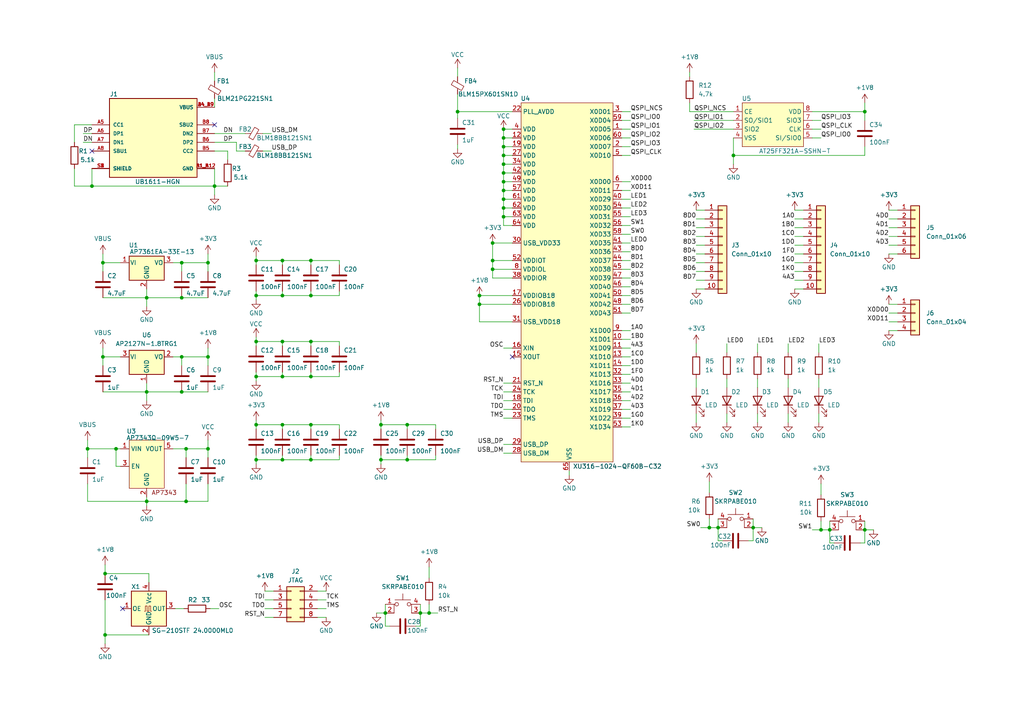
<source format=kicad_sch>
(kicad_sch (version 20230121) (generator eeschema)
  (paper "A4")
  (junction (at 218.44 153.035))
  (junction (at 111.76 177.8))
  (junction (at 52.705 86.36))
  (junction (at 90.17 133.35))
  (junction (at 26.67 53.975))
  (junction (at 250.825 32.385))
  (junction (at 110.49 133.35))
  (junction (at 30.48 166.37))
  (junction (at 60.325 130.175))
  (junction (at 42.545 145.415))
  (junction (at 53.975 145.415))
  (junction (at 139.065 88.265))
  (junction (at 142.875 78.105))
  (junction (at 238.125 153.67))
  (junction (at 74.295 99.06))
  (junction (at 52.705 113.665))
  (junction (at 146.05 50.165))
  (junction (at 146.05 55.245))
  (junction (at 90.17 123.19))
  (junction (at 81.915 123.19))
  (junction (at 81.915 85.725))
  (junction (at 29.845 76.2))
  (junction (at 146.05 37.465))
  (junction (at 90.17 99.06))
  (junction (at 90.17 109.22))
  (junction (at 146.05 45.085))
  (junction (at 60.325 103.505))
  (junction (at 146.05 52.705))
  (junction (at 146.05 57.785))
  (junction (at 142.875 70.485))
  (junction (at 30.48 184.15))
  (junction (at 81.915 133.35))
  (junction (at 146.05 47.625))
  (junction (at 90.17 85.725))
  (junction (at 121.92 177.8))
  (junction (at 146.05 40.005))
  (junction (at 208.28 153.035))
  (junction (at 110.49 123.19))
  (junction (at 74.295 123.19))
  (junction (at 42.545 86.36))
  (junction (at 74.295 75.565))
  (junction (at 74.295 85.725))
  (junction (at 74.295 133.35))
  (junction (at 124.46 177.8))
  (junction (at 146.05 60.325))
  (junction (at 142.875 75.565))
  (junction (at 212.725 45.085))
  (junction (at 250.825 153.67))
  (junction (at 81.915 109.22))
  (junction (at 52.705 76.2))
  (junction (at 205.74 153.035))
  (junction (at 81.915 75.565))
  (junction (at 240.665 153.67))
  (junction (at 74.295 109.22))
  (junction (at 146.05 62.865))
  (junction (at 53.975 130.175))
  (junction (at 118.11 133.35))
  (junction (at 139.065 85.725))
  (junction (at 90.17 75.565))
  (junction (at 52.705 103.505))
  (junction (at 118.11 123.19))
  (junction (at 42.545 113.665))
  (junction (at 81.915 99.06))
  (junction (at 132.715 32.385))
  (junction (at 29.845 103.505))
  (junction (at 33.655 130.175))
  (junction (at 25.4 130.175))
  (junction (at 62.23 53.975))
  (junction (at 60.325 76.2))
  (junction (at 146.05 42.545))
  (no_connect (at 35.56 176.53))
  (no_connect (at 62.23 36.195))
  (no_connect (at 148.59 103.505))
  (no_connect (at 26.67 43.815))
  (wire (pts (xy 126.365 133.35) (xy 118.11 133.35)))
  (wire (pts (xy 60.325 73.66) (xy 60.325 76.2)))
  (wire (pts (xy 74.295 133.35) (xy 74.295 134.62)))
  (wire (pts (xy 148.59 78.105) (xy 142.875 78.105)))
  (wire (pts (xy 201.93 66.04) (xy 204.47 66.04)))
  (wire (pts (xy 201.93 78.74) (xy 204.47 78.74)))
  (wire (pts (xy 90.17 123.19) (xy 81.915 123.19)))
  (wire (pts (xy 66.04 43.815) (xy 66.04 46.355)))
  (wire (pts (xy 74.295 74.295) (xy 74.295 75.565)))
  (wire (pts (xy 201.93 68.58) (xy 204.47 68.58)))
  (wire (pts (xy 208.28 156.845) (xy 208.28 153.035)))
  (wire (pts (xy 60.325 76.2) (xy 52.705 76.2)))
  (wire (pts (xy 118.11 133.35) (xy 110.49 133.35)))
  (wire (pts (xy 146.05 128.905) (xy 148.59 128.905)))
  (wire (pts (xy 180.34 98.425) (xy 182.88 98.425)))
  (wire (pts (xy 139.065 93.345) (xy 139.065 88.265)))
  (wire (pts (xy 132.715 34.29) (xy 132.715 32.385)))
  (wire (pts (xy 34.925 130.175) (xy 33.655 130.175)))
  (wire (pts (xy 228.6 120.015) (xy 228.6 122.555)))
  (wire (pts (xy 146.05 60.325) (xy 146.05 57.785)))
  (wire (pts (xy 180.34 42.545) (xy 182.88 42.545)))
  (wire (pts (xy 250.825 157.48) (xy 250.825 153.67)))
  (wire (pts (xy 121.92 177.8) (xy 124.46 177.8)))
  (wire (pts (xy 24.13 41.275) (xy 26.67 41.275)))
  (wire (pts (xy 146.05 50.165) (xy 146.05 47.625)))
  (wire (pts (xy 238.125 140.335) (xy 238.125 143.51)))
  (wire (pts (xy 110.49 123.19) (xy 110.49 124.46)))
  (wire (pts (xy 201.93 109.855) (xy 201.93 112.395)))
  (wire (pts (xy 26.67 36.195) (xy 21.59 36.195)))
  (wire (pts (xy 180.34 113.665) (xy 182.88 113.665)))
  (wire (pts (xy 180.34 95.885) (xy 182.88 95.885)))
  (wire (pts (xy 180.34 78.105) (xy 182.88 78.105)))
  (wire (pts (xy 146.05 121.285) (xy 148.59 121.285)))
  (wire (pts (xy 60.96 176.53) (xy 63.5 176.53)))
  (wire (pts (xy 180.34 65.405) (xy 182.88 65.405)))
  (wire (pts (xy 205.74 153.035) (xy 203.2 153.035)))
  (wire (pts (xy 81.915 84.455) (xy 81.915 85.725)))
  (wire (pts (xy 98.425 99.06) (xy 90.17 99.06)))
  (wire (pts (xy 235.585 32.385) (xy 250.825 32.385)))
  (wire (pts (xy 121.92 181.61) (xy 121.92 177.8)))
  (wire (pts (xy 148.59 65.405) (xy 146.05 65.405)))
  (wire (pts (xy 110.49 132.08) (xy 110.49 133.35)))
  (wire (pts (xy 81.915 99.06) (xy 74.295 99.06)))
  (wire (pts (xy 217.17 156.845) (xy 218.44 156.845)))
  (wire (pts (xy 146.05 118.745) (xy 148.59 118.745)))
  (wire (pts (xy 200.025 20.955) (xy 200.025 22.225)))
  (wire (pts (xy 126.365 132.08) (xy 126.365 133.35)))
  (wire (pts (xy 257.81 88.265) (xy 260.35 88.265)))
  (wire (pts (xy 90.17 133.35) (xy 81.915 133.35)))
  (wire (pts (xy 124.46 175.26) (xy 124.46 177.8)))
  (wire (pts (xy 110.49 133.35) (xy 110.49 134.62)))
  (wire (pts (xy 92.075 176.53) (xy 94.615 176.53)))
  (wire (pts (xy 209.55 156.845) (xy 208.28 156.845)))
  (wire (pts (xy 74.295 85.725) (xy 74.295 86.995)))
  (wire (pts (xy 29.845 113.665) (xy 42.545 113.665)))
  (wire (pts (xy 42.545 113.665) (xy 52.705 113.665)))
  (wire (pts (xy 146.05 40.005) (xy 146.05 37.465)))
  (wire (pts (xy 90.17 76.835) (xy 90.17 75.565)))
  (wire (pts (xy 109.22 177.8) (xy 111.76 177.8)))
  (wire (pts (xy 74.295 107.95) (xy 74.295 109.22)))
  (wire (pts (xy 90.17 84.455) (xy 90.17 85.725)))
  (wire (pts (xy 118.11 123.19) (xy 110.49 123.19)))
  (wire (pts (xy 50.165 130.175) (xy 53.975 130.175)))
  (wire (pts (xy 230.505 66.04) (xy 233.045 66.04)))
  (wire (pts (xy 219.71 120.015) (xy 219.71 122.555)))
  (wire (pts (xy 24.13 38.735) (xy 26.67 38.735)))
  (wire (pts (xy 230.505 68.58) (xy 233.045 68.58)))
  (wire (pts (xy 74.295 75.565) (xy 74.295 76.835)))
  (wire (pts (xy 201.93 63.5) (xy 204.47 63.5)))
  (wire (pts (xy 180.34 57.785) (xy 182.88 57.785)))
  (wire (pts (xy 257.81 68.58) (xy 260.35 68.58)))
  (wire (pts (xy 257.81 63.5) (xy 260.35 63.5)))
  (wire (pts (xy 180.34 83.185) (xy 182.88 83.185)))
  (wire (pts (xy 110.49 121.92) (xy 110.49 123.19)))
  (wire (pts (xy 50.165 103.505) (xy 52.705 103.505)))
  (wire (pts (xy 230.505 76.2) (xy 233.045 76.2)))
  (wire (pts (xy 30.48 173.99) (xy 30.48 184.15)))
  (wire (pts (xy 34.925 76.2) (xy 29.845 76.2)))
  (wire (pts (xy 30.48 184.15) (xy 30.48 186.69)))
  (wire (pts (xy 230.505 73.66) (xy 233.045 73.66)))
  (wire (pts (xy 180.34 106.045) (xy 182.88 106.045)))
  (wire (pts (xy 60.325 145.415) (xy 53.975 145.415)))
  (wire (pts (xy 180.34 37.465) (xy 182.88 37.465)))
  (wire (pts (xy 42.545 86.36) (xy 52.705 86.36)))
  (wire (pts (xy 68.58 41.275) (xy 68.58 43.815)))
  (wire (pts (xy 42.545 113.665) (xy 42.545 116.205)))
  (wire (pts (xy 240.665 153.67) (xy 238.125 153.67)))
  (wire (pts (xy 180.34 103.505) (xy 182.88 103.505)))
  (wire (pts (xy 52.705 103.505) (xy 52.705 106.045)))
  (wire (pts (xy 201.93 76.2) (xy 204.47 76.2)))
  (wire (pts (xy 257.81 71.12) (xy 260.35 71.12)))
  (wire (pts (xy 92.075 171.45) (xy 94.615 171.45)))
  (wire (pts (xy 219.71 109.855) (xy 219.71 112.395)))
  (wire (pts (xy 208.28 153.035) (xy 205.74 153.035)))
  (wire (pts (xy 76.835 176.53) (xy 79.375 176.53)))
  (wire (pts (xy 148.59 42.545) (xy 146.05 42.545)))
  (wire (pts (xy 146.05 100.965) (xy 148.59 100.965)))
  (wire (pts (xy 146.05 47.625) (xy 146.05 45.085)))
  (wire (pts (xy 34.925 135.255) (xy 33.655 135.255)))
  (wire (pts (xy 212.725 45.085) (xy 212.725 40.005)))
  (wire (pts (xy 74.295 109.22) (xy 74.295 110.49)))
  (wire (pts (xy 120.65 181.61) (xy 121.92 181.61)))
  (wire (pts (xy 148.59 80.645) (xy 142.875 80.645)))
  (wire (pts (xy 76.835 173.99) (xy 79.375 173.99)))
  (wire (pts (xy 200.025 32.385) (xy 212.725 32.385)))
  (wire (pts (xy 81.915 76.835) (xy 81.915 75.565)))
  (wire (pts (xy 90.17 109.22) (xy 81.915 109.22)))
  (wire (pts (xy 212.725 45.085) (xy 212.725 47.625)))
  (wire (pts (xy 180.34 90.805) (xy 182.88 90.805)))
  (wire (pts (xy 249.555 157.48) (xy 250.825 157.48)))
  (wire (pts (xy 146.05 45.085) (xy 146.05 42.545)))
  (wire (pts (xy 74.295 99.06) (xy 74.295 100.33)))
  (wire (pts (xy 21.59 36.195) (xy 21.59 41.275)))
  (wire (pts (xy 201.93 99.695) (xy 201.93 102.235)))
  (wire (pts (xy 124.46 164.465) (xy 124.46 167.64)))
  (wire (pts (xy 210.82 120.015) (xy 210.82 122.555)))
  (wire (pts (xy 90.17 124.46) (xy 90.17 123.19)))
  (wire (pts (xy 180.34 85.725) (xy 182.88 85.725)))
  (wire (pts (xy 201.93 71.12) (xy 204.47 71.12)))
  (wire (pts (xy 180.34 111.125) (xy 182.88 111.125)))
  (wire (pts (xy 81.915 109.22) (xy 74.295 109.22)))
  (wire (pts (xy 180.34 100.965) (xy 182.88 100.965)))
  (wire (pts (xy 132.715 41.91) (xy 132.715 43.18)))
  (wire (pts (xy 98.425 84.455) (xy 98.425 85.725)))
  (wire (pts (xy 60.325 103.505) (xy 52.705 103.505)))
  (wire (pts (xy 62.23 38.735) (xy 71.12 38.735)))
  (wire (pts (xy 43.18 166.37) (xy 43.18 168.91)))
  (wire (pts (xy 241.935 157.48) (xy 240.665 157.48)))
  (wire (pts (xy 148.59 93.345) (xy 139.065 93.345)))
  (wire (pts (xy 148.59 88.265) (xy 139.065 88.265)))
  (wire (pts (xy 62.23 43.815) (xy 66.04 43.815)))
  (wire (pts (xy 148.59 40.005) (xy 146.05 40.005)))
  (wire (pts (xy 257.81 73.66) (xy 260.35 73.66)))
  (wire (pts (xy 180.34 60.325) (xy 182.88 60.325)))
  (wire (pts (xy 180.34 45.085) (xy 182.88 45.085)))
  (wire (pts (xy 60.325 132.715) (xy 60.325 130.175)))
  (wire (pts (xy 201.93 81.28) (xy 204.47 81.28)))
  (wire (pts (xy 142.875 70.485) (xy 148.59 70.485)))
  (wire (pts (xy 253.365 153.67) (xy 250.825 153.67)))
  (wire (pts (xy 33.655 130.175) (xy 25.4 130.175)))
  (wire (pts (xy 148.59 55.245) (xy 146.05 55.245)))
  (wire (pts (xy 180.34 121.285) (xy 182.88 121.285)))
  (wire (pts (xy 29.845 103.505) (xy 29.845 106.045)))
  (wire (pts (xy 34.925 103.505) (xy 29.845 103.505)))
  (wire (pts (xy 26.67 48.895) (xy 26.67 53.975)))
  (wire (pts (xy 98.425 76.835) (xy 98.425 75.565)))
  (wire (pts (xy 257.81 66.04) (xy 260.35 66.04)))
  (wire (pts (xy 180.34 118.745) (xy 182.88 118.745)))
  (wire (pts (xy 257.81 95.885) (xy 260.35 95.885)))
  (wire (pts (xy 90.17 107.95) (xy 90.17 109.22)))
  (wire (pts (xy 148.59 52.705) (xy 146.05 52.705)))
  (wire (pts (xy 201.295 34.925) (xy 212.725 34.925)))
  (wire (pts (xy 148.59 45.085) (xy 146.05 45.085)))
  (wire (pts (xy 237.49 109.855) (xy 237.49 112.395)))
  (wire (pts (xy 60.325 130.175) (xy 53.975 130.175)))
  (wire (pts (xy 98.425 132.08) (xy 98.425 133.35)))
  (wire (pts (xy 111.76 181.61) (xy 111.76 177.8)))
  (wire (pts (xy 76.835 171.45) (xy 79.375 171.45)))
  (wire (pts (xy 146.05 65.405) (xy 146.05 62.865)))
  (wire (pts (xy 74.295 84.455) (xy 74.295 85.725)))
  (wire (pts (xy 148.59 62.865) (xy 146.05 62.865)))
  (wire (pts (xy 29.845 76.2) (xy 29.845 78.74)))
  (wire (pts (xy 62.23 48.895) (xy 62.23 53.975)))
  (wire (pts (xy 53.975 140.335) (xy 53.975 145.415)))
  (wire (pts (xy 205.74 139.7) (xy 205.74 142.875)))
  (wire (pts (xy 42.545 145.415) (xy 42.545 146.685)))
  (wire (pts (xy 81.915 133.35) (xy 74.295 133.35)))
  (wire (pts (xy 146.05 57.785) (xy 146.05 55.245)))
  (wire (pts (xy 76.2 43.815) (xy 78.74 43.815)))
  (wire (pts (xy 29.845 100.965) (xy 29.845 103.505)))
  (wire (pts (xy 90.17 75.565) (xy 81.915 75.565)))
  (wire (pts (xy 21.59 53.975) (xy 26.67 53.975)))
  (wire (pts (xy 139.065 85.725) (xy 148.59 85.725)))
  (wire (pts (xy 180.34 32.385) (xy 182.88 32.385)))
  (wire (pts (xy 218.44 156.845) (xy 218.44 153.035)))
  (wire (pts (xy 60.325 78.74) (xy 60.325 76.2)))
  (wire (pts (xy 257.81 90.805) (xy 260.35 90.805)))
  (wire (pts (xy 81.915 107.95) (xy 81.915 109.22)))
  (wire (pts (xy 257.81 93.345) (xy 260.35 93.345)))
  (wire (pts (xy 180.34 75.565) (xy 182.88 75.565)))
  (wire (pts (xy 98.425 107.95) (xy 98.425 109.22)))
  (wire (pts (xy 219.71 99.695) (xy 219.71 102.235)))
  (wire (pts (xy 81.915 123.19) (xy 74.295 123.19)))
  (wire (pts (xy 62.23 28.575) (xy 62.23 31.115)))
  (wire (pts (xy 180.34 108.585) (xy 182.88 108.585)))
  (wire (pts (xy 90.17 99.06) (xy 81.915 99.06)))
  (wire (pts (xy 180.34 62.865) (xy 182.88 62.865)))
  (wire (pts (xy 148.59 75.565) (xy 142.875 75.565)))
  (wire (pts (xy 146.05 131.445) (xy 148.59 131.445)))
  (wire (pts (xy 230.505 60.96) (xy 233.045 60.96)))
  (wire (pts (xy 60.325 106.045) (xy 60.325 103.505)))
  (wire (pts (xy 148.59 57.785) (xy 146.05 57.785)))
  (wire (pts (xy 139.065 88.265) (xy 139.065 85.725)))
  (wire (pts (xy 30.48 166.37) (xy 43.18 166.37)))
  (wire (pts (xy 230.505 78.74) (xy 233.045 78.74)))
  (wire (pts (xy 165.1 136.525) (xy 165.1 137.795)))
  (wire (pts (xy 25.4 145.415) (xy 42.545 145.415)))
  (wire (pts (xy 240.665 151.13) (xy 240.665 153.67)))
  (wire (pts (xy 237.49 120.015) (xy 237.49 122.555)))
  (wire (pts (xy 92.075 173.99) (xy 94.615 173.99)))
  (wire (pts (xy 25.4 130.175) (xy 25.4 127.635)))
  (wire (pts (xy 62.23 53.975) (xy 66.04 53.975)))
  (wire (pts (xy 230.505 81.28) (xy 233.045 81.28)))
  (wire (pts (xy 201.295 37.465) (xy 212.725 37.465)))
  (wire (pts (xy 60.325 140.335) (xy 60.325 145.415)))
  (wire (pts (xy 50.165 76.2) (xy 52.705 76.2)))
  (wire (pts (xy 250.825 151.13) (xy 250.825 153.67)))
  (wire (pts (xy 148.59 60.325) (xy 146.05 60.325)))
  (wire (pts (xy 220.98 153.035) (xy 218.44 153.035)))
  (wire (pts (xy 238.125 151.13) (xy 238.125 153.67)))
  (wire (pts (xy 98.425 100.33) (xy 98.425 99.06)))
  (wire (pts (xy 42.545 144.145) (xy 42.545 145.415)))
  (wire (pts (xy 94.615 179.07) (xy 92.075 179.07)))
  (wire (pts (xy 76.835 179.07) (xy 79.375 179.07)))
  (wire (pts (xy 121.92 175.26) (xy 121.92 177.8)))
  (wire (pts (xy 25.4 140.335) (xy 25.4 145.415)))
  (wire (pts (xy 146.05 55.245) (xy 146.05 52.705)))
  (wire (pts (xy 235.585 40.005) (xy 238.125 40.005)))
  (wire (pts (xy 230.505 71.12) (xy 233.045 71.12)))
  (wire (pts (xy 113.03 181.61) (xy 111.76 181.61)))
  (wire (pts (xy 238.125 153.67) (xy 235.585 153.67)))
  (wire (pts (xy 21.59 48.895) (xy 21.59 53.975)))
  (wire (pts (xy 257.81 60.96) (xy 260.35 60.96)))
  (wire (pts (xy 201.93 73.66) (xy 204.47 73.66)))
  (wire (pts (xy 124.46 177.8) (xy 127 177.8)))
  (wire (pts (xy 180.34 52.705) (xy 182.88 52.705)))
  (wire (pts (xy 42.545 86.36) (xy 42.545 88.9)))
  (wire (pts (xy 74.295 132.08) (xy 74.295 133.35)))
  (wire (pts (xy 250.825 32.385) (xy 250.825 29.845)))
  (wire (pts (xy 60.325 127.635) (xy 60.325 130.175)))
  (wire (pts (xy 29.845 73.66) (xy 29.845 76.2)))
  (wire (pts (xy 210.82 99.695) (xy 210.82 102.235)))
  (wire (pts (xy 235.585 34.925) (xy 238.125 34.925)))
  (wire (pts (xy 126.365 123.19) (xy 118.11 123.19)))
  (wire (pts (xy 68.58 43.815) (xy 71.12 43.815)))
  (wire (pts (xy 62.23 41.275) (xy 68.58 41.275)))
  (wire (pts (xy 25.4 130.175) (xy 25.4 132.715)))
  (wire (pts (xy 90.17 132.08) (xy 90.17 133.35)))
  (wire (pts (xy 30.48 163.83) (xy 30.48 166.37)))
  (wire (pts (xy 230.505 63.5) (xy 233.045 63.5)))
  (wire (pts (xy 180.34 88.265) (xy 182.88 88.265)))
  (wire (pts (xy 205.74 150.495) (xy 205.74 153.035)))
  (wire (pts (xy 148.59 50.165) (xy 146.05 50.165)))
  (wire (pts (xy 90.17 100.33) (xy 90.17 99.06)))
  (wire (pts (xy 235.585 37.465) (xy 238.125 37.465)))
  (wire (pts (xy 250.825 32.385) (xy 250.825 34.925)))
  (wire (pts (xy 74.295 121.92) (xy 74.295 123.19)))
  (wire (pts (xy 180.34 80.645) (xy 182.88 80.645)))
  (wire (pts (xy 53.975 145.415) (xy 42.545 145.415)))
  (wire (pts (xy 98.425 124.46) (xy 98.425 123.19)))
  (wire (pts (xy 240.665 157.48) (xy 240.665 153.67)))
  (wire (pts (xy 180.34 123.825) (xy 182.88 123.825)))
  (wire (pts (xy 81.915 100.33) (xy 81.915 99.06)))
  (wire (pts (xy 126.365 124.46) (xy 126.365 123.19)))
  (wire (pts (xy 146.05 37.465) (xy 148.59 37.465)))
  (wire (pts (xy 76.2 38.735) (xy 78.74 38.735)))
  (wire (pts (xy 146.05 111.125) (xy 148.59 111.125)))
  (wire (pts (xy 98.425 109.22) (xy 90.17 109.22)))
  (wire (pts (xy 210.82 109.855) (xy 210.82 112.395)))
  (wire (pts (xy 62.23 53.975) (xy 62.23 56.515)))
  (wire (pts (xy 132.715 19.685) (xy 132.715 22.225)))
  (wire (pts (xy 52.705 86.36) (xy 60.325 86.36)))
  (wire (pts (xy 146.05 52.705) (xy 146.05 50.165)))
  (wire (pts (xy 74.295 97.79) (xy 74.295 99.06)))
  (wire (pts (xy 228.6 109.855) (xy 228.6 112.395)))
  (wire (pts (xy 180.34 55.245) (xy 182.88 55.245)))
  (wire (pts (xy 180.34 70.485) (xy 182.88 70.485)))
  (wire (pts (xy 30.48 184.15) (xy 43.18 184.15)))
  (wire (pts (xy 26.67 53.975) (xy 62.23 53.975)))
  (wire (pts (xy 52.705 76.2) (xy 52.705 78.74)))
  (wire (pts (xy 250.825 42.545) (xy 250.825 45.085)))
  (wire (pts (xy 201.93 83.82) (xy 204.47 83.82)))
  (wire (pts (xy 180.34 40.005) (xy 182.88 40.005)))
  (wire (pts (xy 118.11 124.46) (xy 118.11 123.19)))
  (wire (pts (xy 250.825 45.085) (xy 212.725 45.085)))
  (wire (pts (xy 146.05 116.205) (xy 148.59 116.205)))
  (wire (pts (xy 200.025 29.845) (xy 200.025 32.385)))
  (wire (pts (xy 180.34 116.205) (xy 182.88 116.205)))
  (wire (pts (xy 180.34 73.025) (xy 182.88 73.025)))
  (wire (pts (xy 90.17 85.725) (xy 81.915 85.725)))
  (wire (pts (xy 62.23 20.955) (xy 62.23 23.495)))
  (wire (pts (xy 81.915 75.565) (xy 74.295 75.565)))
  (wire (pts (xy 33.655 135.255) (xy 33.655 130.175)))
  (wire (pts (xy 237.49 99.695) (xy 237.49 102.235)))
  (wire (pts (xy 29.845 86.36) (xy 42.545 86.36)))
  (wire (pts (xy 146.05 62.865) (xy 146.05 60.325)))
  (wire (pts (xy 218.44 150.495) (xy 218.44 153.035)))
  (wire (pts (xy 52.705 113.665) (xy 60.325 113.665)))
  (wire (pts (xy 118.11 132.08) (xy 118.11 133.35)))
  (wire (pts (xy 201.93 60.96) (xy 204.47 60.96)))
  (wire (pts (xy 228.6 99.695) (xy 228.6 102.235)))
  (wire (pts (xy 81.915 132.08) (xy 81.915 133.35)))
  (wire (pts (xy 98.425 133.35) (xy 90.17 133.35)))
  (wire (pts (xy 180.34 67.945) (xy 182.88 67.945)))
  (wire (pts (xy 201.93 120.015) (xy 201.93 122.555)))
  (wire (pts (xy 146.05 113.665) (xy 148.59 113.665)))
  (wire (pts (xy 146.05 42.545) (xy 146.05 40.005)))
  (wire (pts (xy 42.545 111.125) (xy 42.545 113.665)))
  (wire (pts (xy 74.295 123.19) (xy 74.295 124.46)))
  (wire (pts (xy 111.76 175.26) (xy 111.76 177.8)))
  (wire (pts (xy 142.875 78.105) (xy 142.875 75.565)))
  (wire (pts (xy 142.875 75.565) (xy 142.875 70.485)))
  (wire (pts (xy 208.28 150.495) (xy 208.28 153.035)))
  (wire (pts (xy 53.975 130.175) (xy 53.975 132.715)))
  (wire (pts (xy 50.8 176.53) (xy 53.34 176.53)))
  (wire (pts (xy 142.875 80.645) (xy 142.875 78.105)))
  (wire (pts (xy 98.425 123.19) (xy 90.17 123.19)))
  (wire (pts (xy 98.425 75.565) (xy 90.17 75.565)))
  (wire (pts (xy 132.715 32.385) (xy 148.59 32.385)))
  (wire (pts (xy 132.715 32.385) (xy 132.715 27.305)))
  (wire (pts (xy 180.34 34.925) (xy 182.88 34.925)))
  (wire (pts (xy 230.505 83.82) (xy 233.045 83.82)))
  (wire (pts (xy 98.425 85.725) (xy 90.17 85.725)))
  (wire (pts (xy 42.545 83.82) (xy 42.545 86.36)))
  (wire (pts (xy 148.59 47.625) (xy 146.05 47.625)))
  (wire (pts (xy 60.325 100.965) (xy 60.325 103.505)))
  (wire (pts (xy 81.915 85.725) (xy 74.295 85.725)))
  (wire (pts (xy 81.915 124.46) (xy 81.915 123.19)))
  (label "8D3" (at 182.88 80.645 0))
  (label "1A0" (at 230.505 63.5 180))
  (label "8D1" (at 182.88 75.565 0))
  (label "1G0" (at 230.505 76.2 180))
  (label "1K0" (at 182.88 123.825 0))
  (label "TDO" (at 146.05 118.745 180))
  (label "USB_DM" (at 78.74 38.735 0))
  (label "LED0" (at 182.88 70.485 0))
  (label "QSPI_IO3" (at 238.125 34.925 0))
  (label "SW0" (at 182.88 67.945 0))
  (label "LED2" (at 182.88 60.325 0))
  (label "LED2" (at 228.6 99.695 0))
  (label "DN" (at 64.77 38.735 0))
  (label "4A3" (at 182.88 100.965 0))
  (label "8D4" (at 201.93 73.66 180))
  (label "X0D11" (at 257.81 93.345 180))
  (label "1C0" (at 182.88 103.505 0))
  (label "LED0" (at 210.82 99.695 0))
  (label "1D0" (at 230.505 71.12 180))
  (label "SW1" (at 182.88 65.405 0))
  (label "4D3" (at 257.81 71.12 180))
  (label "QSPI_NCS" (at 201.295 32.385 0))
  (label "OSC" (at 146.05 100.965 180))
  (label "8D5" (at 182.88 85.725 0))
  (label "8D6" (at 201.93 78.74 180))
  (label "TMS" (at 146.05 121.285 180))
  (label "DN" (at 24.13 41.275 0))
  (label "OSC" (at 63.5 176.53 0))
  (label "SW1" (at 235.585 153.67 180))
  (label "1B0" (at 182.88 98.425 0))
  (label "8D0" (at 182.88 73.025 0))
  (label "QSPI_IO1" (at 201.295 34.925 0))
  (label "X0D00" (at 182.88 52.705 0))
  (label "1F0" (at 182.88 108.585 0))
  (label "8D2" (at 201.93 68.58 180))
  (label "QSPI_IO0" (at 238.125 40.005 0))
  (label "LED1" (at 219.71 99.695 0))
  (label "1G0" (at 182.88 121.285 0))
  (label "4D0" (at 182.88 111.125 0))
  (label "TDO" (at 76.835 176.53 180))
  (label "4D2" (at 182.88 116.205 0))
  (label "DP" (at 24.13 38.735 0))
  (label "1D0" (at 182.88 106.045 0))
  (label "RST_N" (at 76.835 179.07 180))
  (label "LED3" (at 237.49 99.695 0))
  (label "1F0" (at 230.505 73.66 180))
  (label "8D7" (at 182.88 90.805 0))
  (label "TCK" (at 94.615 173.99 0))
  (label "4D0" (at 257.81 63.5 180))
  (label "8D2" (at 182.88 78.105 0))
  (label "8D4" (at 182.88 83.185 0))
  (label "4D1" (at 257.81 66.04 180))
  (label "QSPI_IO1" (at 182.88 37.465 0))
  (label "DP" (at 64.77 41.275 0))
  (label "QSPI_NCS" (at 182.88 32.385 0))
  (label "4D2" (at 257.81 68.58 180))
  (label "QSPI_IO0" (at 182.88 34.925 0))
  (label "4D1" (at 182.88 113.665 0))
  (label "8D5" (at 201.93 76.2 180))
  (label "1K0" (at 230.505 78.74 180))
  (label "TCK" (at 146.05 113.665 180))
  (label "QSPI_CLK" (at 238.125 37.465 0))
  (label "8D0" (at 201.93 63.5 180))
  (label "TDI" (at 76.835 173.99 180))
  (label "QSPI_IO3" (at 182.88 42.545 0))
  (label "LED3" (at 182.88 62.865 0))
  (label "TDI" (at 146.05 116.205 180))
  (label "LED1" (at 182.88 57.785 0))
  (label "TMS" (at 94.615 176.53 0))
  (label "1C0" (at 230.505 68.58 180))
  (label "1B0" (at 230.505 66.04 180))
  (label "8D7" (at 201.93 81.28 180))
  (label "X0D11" (at 182.88 55.245 0))
  (label "4D3" (at 182.88 118.745 0))
  (label "QSPI_CLK" (at 182.88 45.085 0))
  (label "1A0" (at 182.88 95.885 0))
  (label "8D3" (at 201.93 71.12 180))
  (label "QSPI_IO2" (at 182.88 40.005 0))
  (label "USB_DM" (at 146.05 131.445 180))
  (label "USB_DP" (at 146.05 128.905 180))
  (label "8D6" (at 182.88 88.265 0))
  (label "RST_N" (at 146.05 111.125 180))
  (label "USB_DP" (at 78.74 43.815 0))
  (label "QSPI_IO2" (at 201.295 37.465 0))
  (label "RST_N" (at 127 177.8 0))
  (label "8D1" (at 201.93 66.04 180))
  (label "SW0" (at 203.2 153.035 180))
  (label "4A3" (at 230.505 81.28 180))
  (label "X0D00" (at 257.81 90.805 180))
  (symbol (lib_name "VCC_1") (lib_id "power:VCC") (at 146.05 37.465 0) (unit 1)
    (property "Reference" "#PWR030" (effects hide))
    (property "Value" "0V9" (at 146.05 33.655 0))
  )
  (symbol (lib_id "My_Parts:SRAM_QSPI") (at 224.155 36.195 0) (unit 1)
    (property "Reference" "U5" (at 216.535 28.575 0))
    (property "Value" "AT25FF321A-SSHN-T" (at 230.505 43.815 0))
    (property "Footprint" "Package_SO:SOIC-8_3.9x4.9mm_P1.27mm" (effects hide))
  )
  (symbol (lib_id "power:+1V8") (at 110.49 121.92 0) (unit 1)
    (property "Reference" "#PWR023" (effects hide))
    (property "Value" "+1V8" (at 110.49 117.475 0))
  )
  (symbol (lib_id "Device:R") (at 228.6 106.045 0) (unit 1)
    (property "Reference" "R9" (at 231.14 104.775 0) (effects (justify left)))
    (property "Value" "1k" (at 231.14 107.315 0) (effects (justify left)))
    (property "Footprint" "Resistor_SMD:R_0402_1005Metric" (effects hide))
  )
  (symbol (lib_id "Device:C") (at 29.845 109.855 0) (unit 1)
    (property "Reference" "C3" (at 31.115 107.315 0) (effects (justify left)))
    (property "Value" "1uF" (at 31.115 112.395 0) (effects (justify left)))
    (property "Footprint" "Capacitor_SMD:C_0603_1608Metric" (effects hide))
  )
  (symbol (lib_id "Device:C") (at 98.425 80.645 0) (unit 1)
    (property "Reference" "C20" (at 99.695 78.105 0) (effects (justify left)))
    (property "Value" "100nF" (at 99.695 83.185 0) (effects (justify left)))
    (property "Footprint" "Capacitor_SMD:C_0402_1005Metric" (effects hide))
  )
  (symbol (lib_id "Device:C") (at 81.915 128.27 0) (unit 1)
    (property "Reference" "C16" (at 83.185 125.73 0) (effects (justify left)))
    (property "Value" "100nF" (at 83.185 130.81 0) (effects (justify left)))
    (property "Footprint" "Capacitor_SMD:C_0402_1005Metric" (effects hide))
  )
  (symbol (lib_id "power:+3V3") (at 201.93 99.695 0) (unit 1)
    (property "Reference" "#PWR034" (effects hide))
    (property "Value" "+3V3" (at 201.93 95.25 0))
  )
  (symbol (lib_id "Device:LED") (at 210.82 116.205 90) (unit 1)
    (property "Reference" "D2" (at 212.09 113.665 90) (effects (justify right)))
    (property "Value" "LED" (at 213.36 117.475 90) (effects (justify right)))
    (property "Footprint" "LED_SMD:LED_0603_1608Metric" (effects hide))
  )
  (symbol (lib_id "Oscillator:SG-8002CE") (at 43.18 176.53 0) (unit 1)
    (property "Reference" "X1" (at 39.37 170.18 0))
    (property "Value" "SG-210STF 24.0000ML0" (at 55.88 182.88 0))
    (property "Footprint" "My_Parts:Oscillator_SMD_SeikoEpson_SG8002CE-4Pin_3.2x2.5mm" (effects hide))
    (property "Datasheet" "https://support.epson.biz/td/api/doc_check.php?mode=dl&lang=en&Parts=SG-8002DC" (effects hide))
  )
  (symbol (lib_name "VCC_1") (lib_id "power:VCC") (at 74.295 74.295 0) (unit 1)
    (property "Reference" "#PWR014" (effects hide))
    (property "Value" "0V9" (at 74.295 70.485 0))
  )
  (symbol (lib_id "Regulator_Linear:AP7361C-18E") (at 42.545 76.2 0) (unit 1)
    (property "Reference" "U1" (at 38.735 71.12 0))
    (property "Value" "AP7361EA-33E-13" (at 46.99 73.025 0))
    (property "Footprint" "Package_TO_SOT_SMD:SOT-223-3_TabPin2" (effects hide))
    (property "Datasheet" "https://www.diodes.com/assets/Datasheets/AP7361C.pdf" (effects hide))
  )
  (symbol (lib_id "power:GND") (at 30.48 186.69 0) (unit 1)
    (property "Reference" "#PWR05" (effects hide))
    (property "Value" "GND" (at 30.48 190.5 0))
  )
  (symbol (lib_id "Device:C") (at 52.705 82.55 0) (unit 1)
    (property "Reference" "C5" (at 53.975 80.01 0) (effects (justify left)))
    (property "Value" "4.7uF" (at 53.975 85.09 0) (effects (justify left)))
    (property "Footprint" "Capacitor_SMD:C_0603_1608Metric" (effects hide))
  )
  (symbol (lib_id "power:GND") (at 109.22 177.8 0) (unit 1)
    (property "Reference" "#PWR022" (effects hide))
    (property "Value" "GND" (at 109.22 181.61 0))
  )
  (symbol (lib_id "My_Parts:AP7343") (at 42.545 132.715 0) (unit 1)
    (property "Reference" "U3" (at 38.1 125.095 0))
    (property "Value" "AP7343Q-09W5-7" (at 45.72 127 0))
    (property "Footprint" "Package_TO_SOT_SMD:SOT-23-5" (effects hide))
  )
  (symbol (lib_id "power:GND") (at 132.715 43.18 0) (unit 1)
    (property "Reference" "#PWR027" (effects hide))
    (property "Value" "GND" (at 132.715 46.99 0))
  )
  (symbol (lib_id "Device:C") (at 213.36 156.845 90) (mirror x) (unit 1)
    (property "Reference" "C32" (at 212.09 155.575 90) (effects (justify left)))
    (property "Value" "100nF" (at 212.09 158.115 90) (effects (justify left)))
    (property "Footprint" "Capacitor_SMD:C_0402_1005Metric" (effects hide))
  )
  (symbol (lib_id "power:+3V3") (at 60.325 73.66 0) (unit 1)
    (property "Reference" "#PWR09" (effects hide))
    (property "Value" "+3V3" (at 60.325 69.215 0))
  )
  (symbol (lib_id "Device:R") (at 237.49 106.045 0) (unit 1)
    (property "Reference" "R10" (at 240.03 104.775 0) (effects (justify left)))
    (property "Value" "1k" (at 240.03 107.315 0) (effects (justify left)))
    (property "Footprint" "Resistor_SMD:R_0402_1005Metric" (effects hide))
  )
  (symbol (lib_id "Switch:SW_MEC_5E") (at 245.745 153.67 0) (mirror y) (unit 1)
    (property "Reference" "SW3" (at 245.745 143.51 0))
    (property "Value" "SKRPABE010" (at 245.745 146.05 0))
    (property "Footprint" "My_Parts:SKRPABE010" (effects hide))
    (property "Datasheet" "http://www.apem.com/int/index.php?controller=attachment&id_attachment=1371" (effects hide))
  )
  (symbol (lib_id "Device:C") (at 30.48 170.18 180) (unit 1)
    (property "Reference" "C4" (at 34.29 167.64 0) (effects (justify left)))
    (property "Value" "100nF" (at 36.83 172.72 0) (effects (justify left)))
    (property "Footprint" "Capacitor_SMD:C_0402_1005Metric" (effects hide))
  )
  (symbol (lib_id "power:GND") (at 42.545 116.205 0) (unit 1)
    (property "Reference" "#PWR07" (effects hide))
    (property "Value" "GND" (at 42.545 120.015 0))
  )
  (symbol (lib_id "Device:FerriteBead_Small") (at 62.23 26.035 180) (unit 1)
    (property "Reference" "FB1" (at 64.77 23.495 0))
    (property "Value" "BLM21PG221SN1" (at 71.12 28.575 0))
    (property "Footprint" "Inductor_SMD:L_0805_2012Metric" (effects hide))
  )
  (symbol (lib_id "power:GND") (at 230.505 83.82 0) (unit 1)
    (property "Reference" "#PWR043" (effects hide))
    (property "Value" "GND" (at 230.505 87.63 0))
  )
  (symbol (lib_id "Device:C") (at 245.745 157.48 90) (mirror x) (unit 1)
    (property "Reference" "C33" (at 244.475 156.21 90) (effects (justify left)))
    (property "Value" "100nF" (at 244.475 158.75 90) (effects (justify left)))
    (property "Footprint" "Capacitor_SMD:C_0402_1005Metric" (effects hide))
  )
  (symbol (lib_id "power:+1V8") (at 200.025 20.955 0) (unit 1)
    (property "Reference" "#PWR052" (effects hide))
    (property "Value" "+1V8" (at 200.025 16.51 0))
  )
  (symbol (lib_id "power:GND") (at 219.71 122.555 0) (unit 1)
    (property "Reference" "#PWR039" (effects hide))
    (property "Value" "GND" (at 219.71 126.365 0))
  )
  (symbol (lib_id "power:+3V3") (at 205.74 139.7 0) (unit 1)
    (property "Reference" "#PWR036" (effects hide))
    (property "Value" "+3V3" (at 205.74 135.255 0))
  )
  (symbol (lib_id "power:GND") (at 110.49 134.62 0) (unit 1)
    (property "Reference" "#PWR024" (effects hide))
    (property "Value" "GND" (at 110.49 138.43 0))
  )
  (symbol (lib_id "Device:R") (at 124.46 171.45 0) (unit 1)
    (property "Reference" "R4" (at 127 170.18 0) (effects (justify left)))
    (property "Value" "10k" (at 127 172.72 0) (effects (justify left)))
    (property "Footprint" "Resistor_SMD:R_0402_1005Metric" (effects hide))
  )
  (symbol (lib_id "Device:R") (at 201.93 106.045 0) (unit 1)
    (property "Reference" "R5" (at 204.47 104.775 0) (effects (justify left)))
    (property "Value" "1k" (at 204.47 107.315 0) (effects (justify left)))
    (property "Footprint" "Resistor_SMD:R_0402_1005Metric" (effects hide))
  )
  (symbol (lib_name "VCC_1") (lib_id "power:VCC") (at 132.715 19.685 0) (unit 1)
    (property "Reference" "#PWR026" (effects hide))
    (property "Value" "0V9" (at 132.715 15.875 0))
  )
  (symbol (lib_id "Device:R") (at 57.15 176.53 90) (unit 1)
    (property "Reference" "R2" (at 55.88 173.99 90))
    (property "Value" "33" (at 59.69 173.99 90))
    (property "Footprint" "Resistor_SMD:R_0402_1005Metric" (effects hide))
  )
  (symbol (lib_id "power:GND") (at 74.295 86.995 0) (unit 1)
    (property "Reference" "#PWR015" (effects hide))
    (property "Value" "GND" (at 74.295 90.805 0))
  )
  (symbol (lib_id "My_Parts:XU316-1024-QF60B-C32") (at 165.1 80.645 0) (unit 1)
    (property "Reference" "U4" (at 152.4 28.575 0))
    (property "Value" "XU316-1024-QF60B-C32" (at 179.07 135.255 0))
    (property "Footprint" "My_Parts:XU316-1024-QF60" (effects hide))
  )
  (symbol (lib_name "VCC_1") (lib_id "power:VCC") (at 60.325 127.635 0) (unit 1)
    (property "Reference" "#PWR011" (effects hide))
    (property "Value" "0V9" (at 60.325 123.825 0))
  )
  (symbol (lib_id "Switch:SW_MEC_5E") (at 213.36 153.035 0) (mirror y) (unit 1)
    (property "Reference" "SW2" (at 213.36 142.875 0))
    (property "Value" "SKRPABE010" (at 213.36 145.415 0))
    (property "Footprint" "My_Parts:SKRPABE010" (effects hide))
    (property "Datasheet" "http://www.apem.com/int/index.php?controller=attachment&id_attachment=1371" (effects hide))
  )
  (symbol (lib_id "power:GND") (at 42.545 88.9 0) (unit 1)
    (property "Reference" "#PWR06" (effects hide))
    (property "Value" "GND" (at 42.545 92.71 0))
  )
  (symbol (lib_id "Device:R") (at 205.74 146.685 0) (mirror y) (unit 1)
    (property "Reference" "R6" (at 203.2 145.415 0) (effects (justify left)))
    (property "Value" "10k" (at 203.2 147.955 0) (effects (justify left)))
    (property "Footprint" "Resistor_SMD:R_0402_1005Metric" (effects hide))
  )
  (symbol (lib_id "power:+3V3") (at 142.875 70.485 0) (unit 1)
    (property "Reference" "#PWR029" (effects hide))
    (property "Value" "+3V3" (at 142.875 66.04 0))
  )
  (symbol (lib_id "Device:C") (at 90.17 104.14 0) (unit 1)
    (property "Reference" "C18" (at 91.44 101.6 0) (effects (justify left)))
    (property "Value" "100nF" (at 91.44 106.68 0) (effects (justify left)))
    (property "Footprint" "Capacitor_SMD:C_0402_1005Metric" (effects hide))
  )
  (symbol (lib_id "Device:C") (at 132.715 38.1 0) (unit 1)
    (property "Reference" "C31" (at 133.985 35.56 0) (effects (justify left)))
    (property "Value" "1uF" (at 133.985 40.64 0) (effects (justify left)))
    (property "Footprint" "Capacitor_SMD:C_0402_1005Metric" (effects hide))
  )
  (symbol (lib_id "power:VBUS") (at 62.23 20.955 0) (unit 1)
    (property "Reference" "#PWR012" (effects hide))
    (property "Value" "VBUS" (at 62.23 16.51 0))
  )
  (symbol (lib_id "Connector_Generic:Conn_01x10") (at 238.125 71.12 0) (unit 1)
    (property "Reference" "J4" (at 240.665 71.12 0) (effects (justify left)))
    (property "Value" "Conn_01x10" (at 240.665 73.66 0) (effects (justify left)))
    (property "Footprint" "My_Parts:PinHeader_2x10_P2.54mm" (effects hide))
  )
  (symbol (lib_id "power:GND") (at 257.81 95.885 0) (unit 1)
    (property "Reference" "#PWR051" (effects hide))
    (property "Value" "GND" (at 257.81 99.695 0))
  )
  (symbol (lib_id "Device:C") (at 250.825 38.735 0) (unit 1)
    (property "Reference" "C34" (at 252.095 36.195 0) (effects (justify left)))
    (property "Value" "100nF" (at 252.095 41.275 0) (effects (justify left)))
    (property "Footprint" "Capacitor_SMD:C_0402_1005Metric" (effects hide))
  )
  (symbol (lib_id "power:GND") (at 165.1 137.795 0) (unit 1)
    (property "Reference" "#PWR031" (effects hide))
    (property "Value" "GND" (at 165.1 141.605 0))
  )
  (symbol (lib_id "Device:R") (at 66.04 50.165 0) (unit 1)
    (property "Reference" "R3" (at 68.58 48.895 0))
    (property "Value" "5.1k" (at 69.85 51.435 0))
    (property "Footprint" "Resistor_SMD:R_0402_1005Metric" (effects hide))
  )
  (symbol (lib_id "power:VBUS") (at 29.845 73.66 0) (unit 1)
    (property "Reference" "#PWR02" (effects hide))
    (property "Value" "VBUS" (at 29.845 69.215 0))
  )
  (symbol (lib_id "Device:LED") (at 237.49 116.205 90) (unit 1)
    (property "Reference" "D5" (at 238.76 113.665 90) (effects (justify right)))
    (property "Value" "LED" (at 240.03 117.475 90) (effects (justify right)))
    (property "Footprint" "LED_SMD:LED_0603_1608Metric" (effects hide))
  )
  (symbol (lib_id "power:+1V8") (at 76.835 171.45 0) (unit 1)
    (property "Reference" "#PWR020" (effects hide))
    (property "Value" "+1V8" (at 76.835 167.005 0))
  )
  (symbol (lib_id "power:GND") (at 237.49 122.555 0) (unit 1)
    (property "Reference" "#PWR044" (effects hide))
    (property "Value" "GND" (at 237.49 126.365 0))
  )
  (symbol (lib_id "power:+3V3") (at 201.93 60.96 0) (unit 1)
    (property "Reference" "#PWR032" (effects hide))
    (property "Value" "+3V3" (at 201.93 56.515 0))
  )
  (symbol (lib_id "Device:C") (at 90.17 80.645 0) (unit 1)
    (property "Reference" "C17" (at 91.44 78.105 0) (effects (justify left)))
    (property "Value" "100nF" (at 91.44 83.185 0) (effects (justify left)))
    (property "Footprint" "Capacitor_SMD:C_0402_1005Metric" (effects hide))
  )
  (symbol (lib_name "VCC_1") (lib_id "power:VCC") (at 94.615 171.45 0) (unit 1)
    (property "Reference" "#PWR053" (effects hide))
    (property "Value" "0V9" (at 94.615 167.64 0))
  )
  (symbol (lib_id "Device:C") (at 81.915 80.645 0) (unit 1)
    (property "Reference" "C14" (at 83.185 78.105 0) (effects (justify left)))
    (property "Value" "100nF" (at 83.185 83.185 0) (effects (justify left)))
    (property "Footprint" "Capacitor_SMD:C_0402_1005Metric" (effects hide))
  )
  (symbol (lib_id "Device:LED") (at 228.6 116.205 90) (unit 1)
    (property "Reference" "D4" (at 229.87 113.665 90) (effects (justify right)))
    (property "Value" "LED" (at 231.14 117.475 90) (effects (justify right)))
    (property "Footprint" "LED_SMD:LED_0603_1608Metric" (effects hide))
  )
  (symbol (lib_id "Device:C") (at 60.325 109.855 0) (unit 1)
    (property "Reference" "C9" (at 61.595 107.315 0) (effects (justify left)))
    (property "Value" "1uF" (at 61.595 112.395 0) (effects (justify left)))
    (property "Footprint" "Capacitor_SMD:C_0603_1608Metric" (effects hide))
  )
  (symbol (lib_id "Switch:SW_MEC_5E") (at 116.84 177.8 0) (unit 1)
    (property "Reference" "SW1" (at 116.84 167.64 0))
    (property "Value" "SKRPABE010" (at 116.84 170.18 0))
    (property "Footprint" "My_Parts:SKRPABE010" (effects hide))
    (property "Datasheet" "http://www.apem.com/int/index.php?controller=attachment&id_attachment=1371" (effects hide))
  )
  (symbol (lib_id "Regulator_Linear:AP2127N-1.8") (at 42.545 103.505 0) (unit 1)
    (property "Reference" "U6" (at 42.545 97.155 0))
    (property "Value" "AP2127N-1.8TRG1" (at 42.545 99.695 0))
    (property "Footprint" "Package_TO_SOT_SMD:SOT-23" (effects hide))
    (property "Datasheet" "https://www.diodes.com/assets/Datasheets/AP2127.pdf" (effects hide))
  )
  (symbol (lib_id "power:+3V3") (at 257.81 60.96 0) (unit 1)
    (property "Reference" "#PWR048" (effects hide))
    (property "Value" "+3V3" (at 257.81 56.515 0))
  )
  (symbol (lib_id "power:GND") (at 210.82 122.555 0) (unit 1)
    (property "Reference" "#PWR037" (effects hide))
    (property "Value" "GND" (at 210.82 126.365 0))
  )
  (symbol (lib_id "Device:C") (at 74.295 80.645 0) (unit 1)
    (property "Reference" "C11" (at 75.565 78.105 0) (effects (justify left)))
    (property "Value" "100nF" (at 75.565 83.185 0) (effects (justify left)))
    (property "Footprint" "Capacitor_SMD:C_0402_1005Metric" (effects hide))
  )
  (symbol (lib_id "Device:C") (at 29.845 82.55 0) (unit 1)
    (property "Reference" "C2" (at 31.115 80.01 0) (effects (justify left)))
    (property "Value" "4.7uF" (at 31.115 85.09 0) (effects (justify left)))
    (property "Footprint" "Capacitor_SMD:C_0603_1608Metric" (effects hide))
  )
  (symbol (lib_id "power:+3V3") (at 74.295 121.92 0) (unit 1)
    (property "Reference" "#PWR018" (effects hide))
    (property "Value" "+3V3" (at 74.295 117.475 0))
  )
  (symbol (lib_id "Device:C") (at 81.915 104.14 0) (unit 1)
    (property "Reference" "C15" (at 83.185 101.6 0) (effects (justify left)))
    (property "Value" "100nF" (at 83.185 106.68 0) (effects (justify left)))
    (property "Footprint" "Capacitor_SMD:C_0402_1005Metric" (effects hide))
  )
  (symbol (lib_id "power:VBUS") (at 25.4 127.635 0) (unit 1)
    (property "Reference" "#PWR01" (effects hide))
    (property "Value" "VBUS" (at 25.4 123.19 0))
  )
  (symbol (lib_id "Device:C") (at 126.365 128.27 0) (unit 1)
    (property "Reference" "C30" (at 127.635 125.73 0) (effects (justify left)))
    (property "Value" "100nF" (at 127.635 130.81 0) (effects (justify left)))
    (property "Footprint" "Capacitor_SMD:C_0402_1005Metric" (effects hide))
  )
  (symbol (lib_id "power:+1V8") (at 139.065 85.725 0) (unit 1)
    (property "Reference" "#PWR028" (effects hide))
    (property "Value" "+1V8" (at 139.065 81.28 0))
  )
  (symbol (lib_id "power:VBUS") (at 29.845 100.965 0) (unit 1)
    (property "Reference" "#PWR03" (effects hide))
    (property "Value" "VBUS" (at 29.845 96.52 0))
  )
  (symbol (lib_id "power:GND") (at 62.23 56.515 0) (unit 1)
    (property "Reference" "#PWR013" (effects hide))
    (property "Value" "GND" (at 62.23 60.325 0))
  )
  (symbol (lib_id "Device:C") (at 25.4 136.525 0) (unit 1)
    (property "Reference" "C1" (at 26.67 133.985 0) (effects (justify left)))
    (property "Value" "1uF" (at 26.67 139.065 0) (effects (justify left)))
    (property "Footprint" "Capacitor_SMD:C_0603_1608Metric" (effects hide))
  )
  (symbol (lib_id "Device:C") (at 110.49 128.27 0) (unit 1)
    (property "Reference" "C25" (at 111.76 125.73 0) (effects (justify left)))
    (property "Value" "100nF" (at 111.76 130.81 0) (effects (justify left)))
    (property "Footprint" "Capacitor_SMD:C_0402_1005Metric" (effects hide))
  )
  (symbol (lib_id "power:+1V8") (at 124.46 164.465 0) (unit 1)
    (property "Reference" "#PWR025" (effects hide))
    (property "Value" "+1V8" (at 124.46 160.02 0))
  )
  (symbol (lib_id "Device:C") (at 90.17 128.27 0) (unit 1)
    (property "Reference" "C19" (at 91.44 125.73 0) (effects (justify left)))
    (property "Value" "100nF" (at 91.44 130.81 0) (effects (justify left)))
    (property "Footprint" "Capacitor_SMD:C_0402_1005Metric" (effects hide))
  )
  (symbol (lib_id "power:GND") (at 201.93 122.555 0) (unit 1)
    (property "Reference" "#PWR035" (effects hide))
    (property "Value" "GND" (at 201.93 126.365 0))
  )
  (symbol (lib_id "Device:C") (at 60.325 82.55 0) (unit 1)
    (property "Reference" "C8" (at 61.595 80.01 0) (effects (justify left)))
    (property "Value" "4.7uF" (at 61.595 85.09 0) (effects (justify left)))
    (property "Footprint" "Capacitor_SMD:C_0603_1608Metric" (effects hide))
  )
  (symbol (lib_id "power:+1V8") (at 60.325 100.965 0) (unit 1)
    (property "Reference" "#PWR010" (effects hide))
    (property "Value" "+1V8" (at 60.325 96.52 0))
  )
  (symbol (lib_id "Connector_Generic:Conn_01x06") (at 265.43 66.04 0) (unit 1)
    (property "Reference" "J5" (at 268.605 66.04 0) (effects (justify left)))
    (property "Value" "Conn_01x06" (at 268.605 68.58 0) (effects (justify left)))
    (property "Footprint" "My_Parts:PinHeader_2x06_P2.54mm" (effects hide))
  )
  (symbol (lib_id "power:+1V8") (at 250.825 29.845 0) (unit 1)
    (property "Reference" "#PWR046" (effects hide))
    (property "Value" "+1V8" (at 250.825 25.4 0))
  )
  (symbol (lib_name "VCC_1") (lib_id "power:VCC") (at 74.295 97.79 0) (unit 1)
    (property "Reference" "#PWR016" (effects hide))
    (property "Value" "0V9" (at 74.295 93.98 0))
  )
  (symbol (lib_id "power:GND") (at 42.545 146.685 0) (unit 1)
    (property "Reference" "#PWR08" (effects hide))
    (property "Value" "GND" (at 42.545 150.495 0))
  )
  (symbol (lib_id "power:GND") (at 228.6 122.555 0) (unit 1)
    (property "Reference" "#PWR041" (effects hide))
    (property "Value" "GND" (at 228.6 126.365 0))
  )
  (symbol (lib_id "Device:FerriteBead_Small") (at 73.66 38.735 90) (unit 1)
    (property "Reference" "FB2" (at 71.12 37.465 90))
    (property "Value" "BLM18BB121SN1" (at 82.55 40.005 90))
    (property "Footprint" "Inductor_SMD:L_0603_1608Metric" (effects hide))
  )
  (symbol (lib_id "power:GND") (at 74.295 110.49 0) (unit 1)
    (property "Reference" "#PWR017" (effects hide))
    (property "Value" "GND" (at 74.295 114.3 0))
  )
  (symbol (lib_id "Device:R") (at 200.025 26.035 0) (unit 1)
    (property "Reference" "R12" (at 202.565 24.765 0) (effects (justify left)))
    (property "Value" "4.7k" (at 202.565 27.305 0) (effects (justify left)))
    (property "Footprint" "Resistor_SMD:R_0402_1005Metric" (effects hide))
  )
  (symbol (lib_id "power:+3V3") (at 238.125 140.335 0) (unit 1)
    (property "Reference" "#PWR045" (effects hide))
    (property "Value" "+3V3" (at 238.125 135.89 0))
  )
  (symbol (lib_id "Device:R") (at 219.71 106.045 0) (unit 1)
    (property "Reference" "R8" (at 222.25 104.775 0) (effects (justify left)))
    (property "Value" "1k" (at 222.25 107.315 0) (effects (justify left)))
    (property "Footprint" "Resistor_SMD:R_0402_1005Metric" (effects hide))
  )
  (symbol (lib_id "Device:C") (at 98.425 128.27 0) (unit 1)
    (property "Reference" "C22" (at 99.695 125.73 0) (effects (justify left)))
    (property "Value" "100nF" (at 99.695 130.81 0) (effects (justify left)))
    (property "Footprint" "Capacitor_SMD:C_0402_1005Metric" (effects hide))
  )
  (symbol (lib_id "Device:C") (at 74.295 104.14 0) (unit 1)
    (property "Reference" "C12" (at 75.565 101.6 0) (effects (justify left)))
    (property "Value" "100nF" (at 75.565 106.68 0) (effects (justify left)))
    (property "Footprint" "Capacitor_SMD:C_0402_1005Metric" (effects hide))
  )
  (symbol (lib_id "power:GND") (at 212.725 47.625 0) (unit 1)
    (property "Reference" "#PWR038" (effects hide))
    (property "Value" "GND" (at 212.725 51.435 0))
  )
  (symbol (lib_id "My_Parts:5077CR-16SMC2-BK-TR") (at 44.45 38.735 0) (unit 1)
    (property "Reference" "J1" (at 33.02 27.305 0))
    (property "Value" "UB1611-HGN" (at 45.72 52.705 0))
    (property "Footprint" "My_Parts:Gangyuan_UB1611-HGN" (effects hide))
    (property "PARTREV" "B" (effects hide))
    (property "SNAPEDA_PN" "UB1611-HGN" (effects hide))
    (property "STANDARD" "Manufacturer Recommendations" (effects hide))
    (property "MAXIMUM_PACKAGE_HEIGHT" "3.26mm" (effects hide))
    (property "MANUFACTURER" "Gangyuan" (effects hide))
  )
  (symbol (lib_id "power:+3V3") (at 230.505 60.96 0) (unit 1)
    (property "Reference" "#PWR042" (effects hide))
    (property "Value" "+3V3" (at 230.505 56.515 0))
  )
  (symbol (lib_id "power:GND") (at 74.295 134.62 0) (unit 1)
    (property "Reference" "#PWR019" (effects hide))
    (property "Value" "GND" (at 74.295 138.43 0))
  )
  (symbol (lib_id "Device:C") (at 60.325 136.525 0) (unit 1)
    (property "Reference" "C10" (at 61.595 133.985 0) (effects (justify left)))
    (property "Value" "1uF" (at 61.595 139.065 0) (effects (justify left)))
    (property "Footprint" "Capacitor_SMD:C_0603_1608Metric" (effects hide))
  )
  (symbol (lib_id "power:GND") (at 253.365 153.67 0) (mirror y) (unit 1)
    (property "Reference" "#PWR047" (effects hide))
    (property "Value" "GND" (at 253.365 157.48 0))
  )
  (symbol (lib_id "Device:C") (at 52.705 109.855 0) (unit 1)
    (property "Reference" "C6" (at 53.975 107.315 0) (effects (justify left)))
    (property "Value" "1uF" (at 53.975 112.395 0) (effects (justify left)))
    (property "Footprint" "Capacitor_SMD:C_0603_1608Metric" (effects hide))
  )
  (symbol (lib_id "Device:LED") (at 219.71 116.205 90) (unit 1)
    (property "Reference" "D3" (at 220.98 113.665 90) (effects (justify right)))
    (property "Value" "LED" (at 222.25 117.475 90) (effects (justify right)))
    (property "Footprint" "LED_SMD:LED_0603_1608Metric" (effects hide))
  )
  (symbol (lib_id "Device:FerriteBead_Small") (at 132.715 24.765 180) (unit 1)
    (property "Reference" "FB4" (at 136.525 23.495 0))
    (property "Value" "BLM15PX601SN1D" (at 141.605 27.305 0))
    (property "Footprint" "Inductor_SMD:L_0402_1005Metric" (effects hide))
  )
  (symbol (lib_id "Connector_Generic:Conn_01x10") (at 209.55 71.12 0) (unit 1)
    (property "Reference" "J3" (at 212.09 71.12 0) (effects (justify left)))
    (property "Value" "Conn_01x10" (at 212.09 73.66 0) (effects (justify left)))
    (property "Footprint" "My_Parts:PinHeader_2x10_P2.54mm" (effects hide))
  )
  (symbol (lib_id "Device:R") (at 210.82 106.045 0) (unit 1)
    (property "Reference" "R7" (at 213.36 104.775 0) (effects (justify left)))
    (property "Value" "1k" (at 213.36 107.315 0) (effects (justify left)))
    (property "Footprint" "Resistor_SMD:R_0402_1005Metric" (effects hide))
  )
  (symbol (lib_id "power:GND") (at 201.93 83.82 0) (unit 1)
    (property "Reference" "#PWR033" (effects hide))
    (property "Value" "GND" (at 201.93 87.63 0))
  )
  (symbol (lib_id "Device:R") (at 238.125 147.32 0) (mirror y) (unit 1)
    (property "Reference" "R11" (at 235.585 146.05 0) (effects (justify left)))
    (property "Value" "10k" (at 235.585 148.59 0) (effects (justify left)))
    (property "Footprint" "Resistor_SMD:R_0402_1005Metric" (effects hide))
  )
  (symbol (lib_id "power:+1V8") (at 30.48 163.83 0) (unit 1)
    (property "Reference" "#PWR04" (effects hide))
    (property "Value" "+1V8" (at 30.48 159.385 0))
  )
  (symbol (lib_id "power:GND") (at 94.615 179.07 0) (unit 1)
    (property "Reference" "#PWR021" (effects hide))
    (property "Value" "GND" (at 94.615 182.88 0))
  )
  (symbol (lib_id "Device:C") (at 98.425 104.14 0) (unit 1)
    (property "Reference" "C21" (at 99.695 101.6 0) (effects (justify left)))
    (property "Value" "100nF" (at 99.695 106.68 0) (effects (justify left)))
    (property "Footprint" "Capacitor_SMD:C_0402_1005Metric" (effects hide))
  )
  (symbol (lib_id "Device:C") (at 74.295 128.27 0) (unit 1)
    (property "Reference" "C13" (at 75.565 125.73 0) (effects (justify left)))
    (property "Value" "100nF" (at 75.565 130.81 0) (effects (justify left)))
    (property "Footprint" "Capacitor_SMD:C_0402_1005Metric" (effects hide))
  )
  (symbol (lib_id "Device:R") (at 21.59 45.085 0) (unit 1)
    (property "Reference" "R1" (at 24.13 43.815 0))
    (property "Value" "5.1k" (at 25.4 46.355 0))
    (property "Footprint" "Resistor_SMD:R_0402_1005Metric" (effects hide))
  )
  (symbol (lib_id "power:GND") (at 220.98 153.035 0) (mirror y) (unit 1)
    (property "Reference" "#PWR040" (effects hide))
    (property "Value" "GND" (at 220.98 156.845 0))
  )
  (symbol (lib_id "power:+3V3") (at 257.81 88.265 0) (unit 1)
    (property "Reference" "#PWR050" (effects hide))
    (property "Value" "+3V3" (at 257.81 83.82 0))
  )
  (symbol (lib_id "Connector_Generic:Conn_01x04") (at 265.43 90.805 0) (unit 1)
    (property "Reference" "J6" (at 268.605 90.805 0) (effects (justify left)))
    (property "Value" "Conn_01x04" (at 268.605 93.345 0) (effects (justify left)))
    (property "Footprint" "My_Parts:PinHeader_2x04_P2.54mm" (effects hide))
  )
  (symbol (lib_id "Connector_Generic:Conn_02x04_Odd_Even") (at 84.455 173.99 0) (unit 1)
    (property "Reference" "J2" (at 85.725 165.735 0))
    (property "Value" "JTAG" (at 85.725 168.275 0))
    (property "Footprint" "Connector_PinHeader_2.54mm:PinHeader_2x04_P2.54mm_Vertical_SMD" (effects hide))
  )
  (symbol (lib_id "power:GND") (at 257.81 73.66 0) (unit 1)
    (property "Reference" "#PWR049" (effects hide))
    (property "Value" "GND" (at 257.81 77.47 0))
  )
  (symbol (lib_id "Device:C") (at 116.84 181.61 270) (unit 1)
    (property "Reference" "C28" (at 118.11 180.34 90) (effects (justify left)))
    (property "Value" "100nF" (at 118.11 182.88 90) (effects (justify left)))
    (property "Footprint" "Capacitor_SMD:C_0402_1005Metric" (effects hide))
  )
  (symbol (lib_id "Device:C") (at 118.11 128.27 0) (unit 1)
    (property "Reference" "C29" (at 119.38 125.73 0) (effects (justify left)))
    (property "Value" "100nF" (at 119.38 130.81 0) (effects (justify left)))
    (property "Footprint" "Capacitor_SMD:C_0402_1005Metric" (effects hide))
  )
  (symbol (lib_id "Device:FerriteBead_Small") (at 73.66 43.815 90) (unit 1)
    (property "Reference" "FB3" (at 71.12 42.545 90))
    (property "Value" "BLM18BB121SN1" (at 82.55 45.085 90))
    (property "Footprint" "Inductor_SMD:L_0603_1608Metric" (effects hide))
  )
  (symbol (lib_id "Device:C") (at 53.975 136.525 0) (unit 1)
    (property "Reference" "C7" (at 55.245 133.985 0) (effects (justify left)))
    (property "Value" "1uF" (at 55.245 139.065 0) (effects (justify left)))
    (property "Footprint" "Capacitor_SMD:C_0603_1608Metric" (effects hide))
  )
  (symbol (lib_id "Device:LED") (at 201.93 116.205 90) (unit 1)
    (property "Reference" "D1" (at 203.2 113.665 90) (effects (justify right)))
    (property "Value" "LED" (at 204.47 117.475 90) (effects (justify right)))
    (property "Footprint" "LED_SMD:LED_0603_1608Metric" (effects hide))
  )
)
</source>
